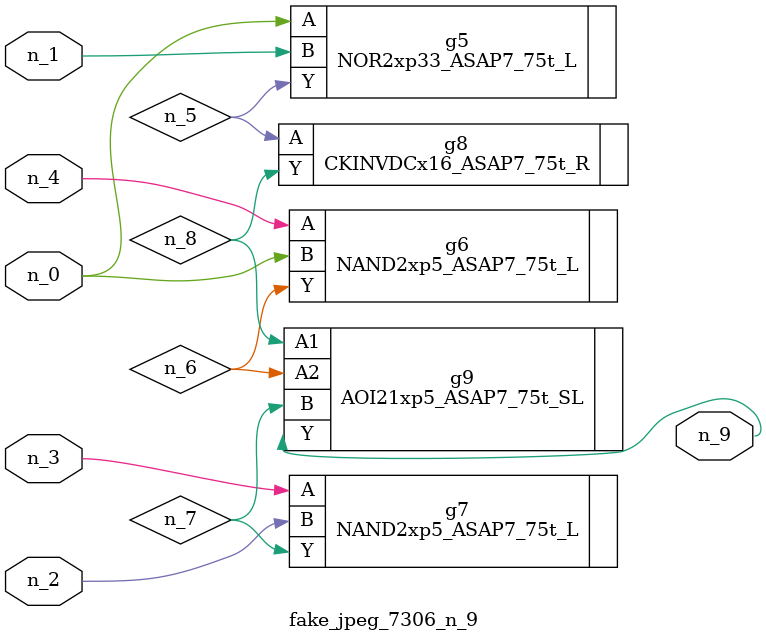
<source format=v>
module fake_jpeg_7306_n_9 (n_3, n_2, n_1, n_0, n_4, n_9);

input n_3;
input n_2;
input n_1;
input n_0;
input n_4;

output n_9;

wire n_8;
wire n_6;
wire n_5;
wire n_7;

NOR2xp33_ASAP7_75t_L g5 ( 
.A(n_0),
.B(n_1),
.Y(n_5)
);

NAND2xp5_ASAP7_75t_L g6 ( 
.A(n_4),
.B(n_0),
.Y(n_6)
);

NAND2xp5_ASAP7_75t_L g7 ( 
.A(n_3),
.B(n_2),
.Y(n_7)
);

CKINVDCx16_ASAP7_75t_R g8 ( 
.A(n_5),
.Y(n_8)
);

AOI21xp5_ASAP7_75t_SL g9 ( 
.A1(n_8),
.A2(n_6),
.B(n_7),
.Y(n_9)
);


endmodule
</source>
